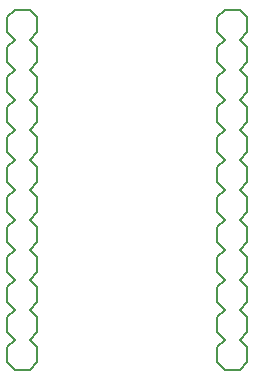
<source format=gbo>
G75*
G70*
%OFA0B0*%
%FSLAX24Y24*%
%IPPOS*%
%LPD*%
%AMOC8*
5,1,8,0,0,1.08239X$1,22.5*
%
%ADD10C,0.0080*%
D10*
X000987Y001583D02*
X001237Y001333D01*
X001737Y001333D01*
X001987Y001583D01*
X001987Y002083D01*
X001737Y002333D01*
X001987Y002583D01*
X001987Y003083D01*
X001737Y003333D01*
X001987Y003583D01*
X001987Y004083D01*
X001737Y004333D01*
X001987Y004583D01*
X001987Y005083D01*
X001737Y005333D01*
X001987Y005583D01*
X001987Y006083D01*
X001737Y006333D01*
X001987Y006583D01*
X001987Y007083D01*
X001737Y007333D01*
X001987Y007583D01*
X001987Y008083D01*
X001737Y008333D01*
X001987Y008583D01*
X001987Y009083D01*
X001737Y009333D01*
X001987Y009583D01*
X001987Y010083D01*
X001737Y010333D01*
X001987Y010583D01*
X001987Y011083D01*
X001737Y011333D01*
X001987Y011583D01*
X001987Y012083D01*
X001737Y012333D01*
X001987Y012583D01*
X001987Y013083D01*
X001737Y013333D01*
X001237Y013333D01*
X000987Y013083D01*
X000987Y012583D01*
X001237Y012333D01*
X000987Y012083D01*
X000987Y011583D01*
X001237Y011333D01*
X000987Y011083D01*
X000987Y010583D01*
X001237Y010333D01*
X000987Y010083D01*
X000987Y009583D01*
X001237Y009333D01*
X000987Y009083D01*
X000987Y008583D01*
X001237Y008333D01*
X000987Y008083D01*
X000987Y007583D01*
X001237Y007333D01*
X000987Y007083D01*
X000987Y006583D01*
X001237Y006333D01*
X000987Y006083D01*
X000987Y005583D01*
X001237Y005333D01*
X000987Y005083D01*
X000987Y004583D01*
X001237Y004333D01*
X000987Y004083D01*
X000987Y003583D01*
X001237Y003333D01*
X000987Y003083D01*
X000987Y002583D01*
X001237Y002333D01*
X000987Y002083D01*
X000987Y001583D01*
X007987Y001583D02*
X008237Y001333D01*
X008737Y001333D01*
X008987Y001583D01*
X008987Y002083D01*
X008737Y002333D01*
X008987Y002583D01*
X008987Y003083D01*
X008737Y003333D01*
X008987Y003583D01*
X008987Y004083D01*
X008737Y004333D01*
X008987Y004583D01*
X008987Y005083D01*
X008737Y005333D01*
X008987Y005583D01*
X008987Y006083D01*
X008737Y006333D01*
X008987Y006583D01*
X008987Y007083D01*
X008737Y007333D01*
X008987Y007583D01*
X008987Y008083D01*
X008737Y008333D01*
X008987Y008583D01*
X008987Y009083D01*
X008737Y009333D01*
X008987Y009583D01*
X008987Y010083D01*
X008737Y010333D01*
X008987Y010583D01*
X008987Y011083D01*
X008737Y011333D01*
X008987Y011583D01*
X008987Y012083D01*
X008737Y012333D01*
X008987Y012583D01*
X008987Y013083D01*
X008737Y013333D01*
X008237Y013333D01*
X007987Y013083D01*
X007987Y012583D01*
X008237Y012333D01*
X007987Y012083D01*
X007987Y011583D01*
X008237Y011333D01*
X007987Y011083D01*
X007987Y010583D01*
X008237Y010333D01*
X007987Y010083D01*
X007987Y009583D01*
X008237Y009333D01*
X007987Y009083D01*
X007987Y008583D01*
X008237Y008333D01*
X007987Y008083D01*
X007987Y007583D01*
X008237Y007333D01*
X007987Y007083D01*
X007987Y006583D01*
X008237Y006333D01*
X007987Y006083D01*
X007987Y005583D01*
X008237Y005333D01*
X007987Y005083D01*
X007987Y004583D01*
X008237Y004333D01*
X007987Y004083D01*
X007987Y003583D01*
X008237Y003333D01*
X007987Y003083D01*
X007987Y002583D01*
X008237Y002333D01*
X007987Y002083D01*
X007987Y001583D01*
M02*

</source>
